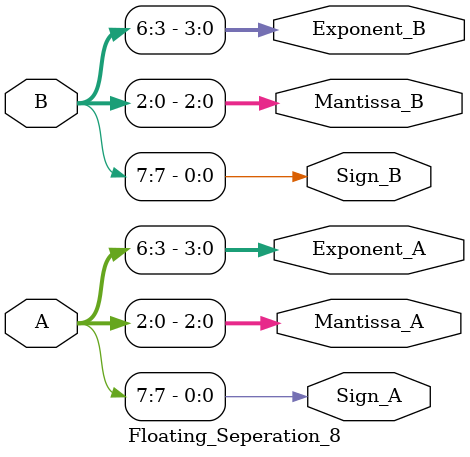
<source format=v>
module Floating_Seperation_8 (
    input [7:0] A, B,
    output Sign_A, Sign_B,
    output [2:0] Mantissa_A, Mantissa_B, // 3 bit mantissa
    output [3:0] Exponent_A, Exponent_B  // 4 bit exponent
);
    assign Sign_A = A[7];
    assign Sign_B = B[7];
    assign Exponent_A = A[6:3];
    assign Exponent_B = B[6:3];
    assign Mantissa_A = A[2:0];
    assign Mantissa_B = B[2:0];
endmodule
</source>
